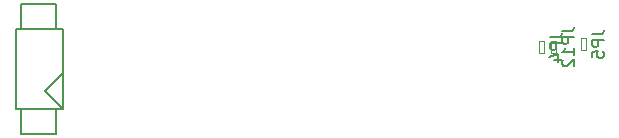
<source format=gbr>
G04 #@! TF.GenerationSoftware,KiCad,Pcbnew,no-vcs-found-8f3423b~58~ubuntu16.04.1*
G04 #@! TF.CreationDate,2017-03-30T22:47:00+02:00*
G04 #@! TF.ProjectId,DrChibi,447243686962692E6B696361645F7063,1.0*
G04 #@! TF.FileFunction,Other,Fab,Bot*
%FSLAX46Y46*%
G04 Gerber Fmt 4.6, Leading zero omitted, Abs format (unit mm)*
G04 Created by KiCad (PCBNEW no-vcs-found-8f3423b~58~ubuntu16.04.1) date Thu Mar 30 22:47:00 2017*
%MOMM*%
%LPD*%
G01*
G04 APERTURE LIST*
%ADD10C,0.100000*%
%ADD11C,0.200000*%
%ADD12C,0.150000*%
G04 APERTURE END LIST*
D10*
D11*
X38308000Y-103248000D02*
X34308000Y-103248000D01*
X34308000Y-103248000D02*
X34308000Y-96498000D01*
X34308000Y-96498000D02*
X38308000Y-96498000D01*
X38308000Y-96498000D02*
X38308000Y-103248000D01*
X37708000Y-96498000D02*
X37708000Y-94398000D01*
X37708000Y-94398000D02*
X34708000Y-94398000D01*
X34708000Y-94398000D02*
X34708000Y-96498000D01*
X37708000Y-103248000D02*
X37708000Y-105348000D01*
X37708000Y-105348000D02*
X34708000Y-105348000D01*
X34708000Y-105348000D02*
X34708000Y-103248000D01*
X38308000Y-103248000D02*
X36808000Y-101748000D01*
X36808000Y-101748000D02*
X38308000Y-100248000D01*
D10*
X82609800Y-98290200D02*
X82609800Y-97290200D01*
X82609800Y-97290200D02*
X82109800Y-97290200D01*
X82109800Y-97290200D02*
X82109800Y-98290200D01*
X82109800Y-98290200D02*
X82609800Y-98290200D01*
X79053800Y-98544200D02*
X79053800Y-97544200D01*
X79053800Y-97544200D02*
X78553800Y-97544200D01*
X78553800Y-97544200D02*
X78553800Y-98544200D01*
X78553800Y-98544200D02*
X79053800Y-98544200D01*
X80069800Y-98518800D02*
X80069800Y-97518800D01*
X80069800Y-97518800D02*
X79569800Y-97518800D01*
X79569800Y-97518800D02*
X79569800Y-98518800D01*
X79569800Y-98518800D02*
X80069800Y-98518800D01*
D12*
X83082180Y-96956866D02*
X83796466Y-96956866D01*
X83939323Y-96909247D01*
X84034561Y-96814009D01*
X84082180Y-96671152D01*
X84082180Y-96575914D01*
X84082180Y-97433057D02*
X83082180Y-97433057D01*
X83082180Y-97814009D01*
X83129800Y-97909247D01*
X83177419Y-97956866D01*
X83272657Y-98004485D01*
X83415514Y-98004485D01*
X83510752Y-97956866D01*
X83558371Y-97909247D01*
X83605990Y-97814009D01*
X83605990Y-97433057D01*
X83082180Y-98909247D02*
X83082180Y-98433057D01*
X83558371Y-98385438D01*
X83510752Y-98433057D01*
X83463133Y-98528295D01*
X83463133Y-98766390D01*
X83510752Y-98861628D01*
X83558371Y-98909247D01*
X83653609Y-98956866D01*
X83891704Y-98956866D01*
X83986942Y-98909247D01*
X84034561Y-98861628D01*
X84082180Y-98766390D01*
X84082180Y-98528295D01*
X84034561Y-98433057D01*
X83986942Y-98385438D01*
X79526180Y-97210866D02*
X80240466Y-97210866D01*
X80383323Y-97163247D01*
X80478561Y-97068009D01*
X80526180Y-96925152D01*
X80526180Y-96829914D01*
X80526180Y-97687057D02*
X79526180Y-97687057D01*
X79526180Y-98068009D01*
X79573800Y-98163247D01*
X79621419Y-98210866D01*
X79716657Y-98258485D01*
X79859514Y-98258485D01*
X79954752Y-98210866D01*
X80002371Y-98163247D01*
X80049990Y-98068009D01*
X80049990Y-97687057D01*
X79859514Y-99115628D02*
X80526180Y-99115628D01*
X79478561Y-98877533D02*
X80192847Y-98639438D01*
X80192847Y-99258485D01*
X80542180Y-96709276D02*
X81256466Y-96709276D01*
X81399323Y-96661657D01*
X81494561Y-96566419D01*
X81542180Y-96423561D01*
X81542180Y-96328323D01*
X81542180Y-97185466D02*
X80542180Y-97185466D01*
X80542180Y-97566419D01*
X80589800Y-97661657D01*
X80637419Y-97709276D01*
X80732657Y-97756895D01*
X80875514Y-97756895D01*
X80970752Y-97709276D01*
X81018371Y-97661657D01*
X81065990Y-97566419D01*
X81065990Y-97185466D01*
X81542180Y-98709276D02*
X81542180Y-98137847D01*
X81542180Y-98423561D02*
X80542180Y-98423561D01*
X80685038Y-98328323D01*
X80780276Y-98233085D01*
X80827895Y-98137847D01*
X80637419Y-99090228D02*
X80589800Y-99137847D01*
X80542180Y-99233085D01*
X80542180Y-99471180D01*
X80589800Y-99566419D01*
X80637419Y-99614038D01*
X80732657Y-99661657D01*
X80827895Y-99661657D01*
X80970752Y-99614038D01*
X81542180Y-99042609D01*
X81542180Y-99661657D01*
M02*

</source>
